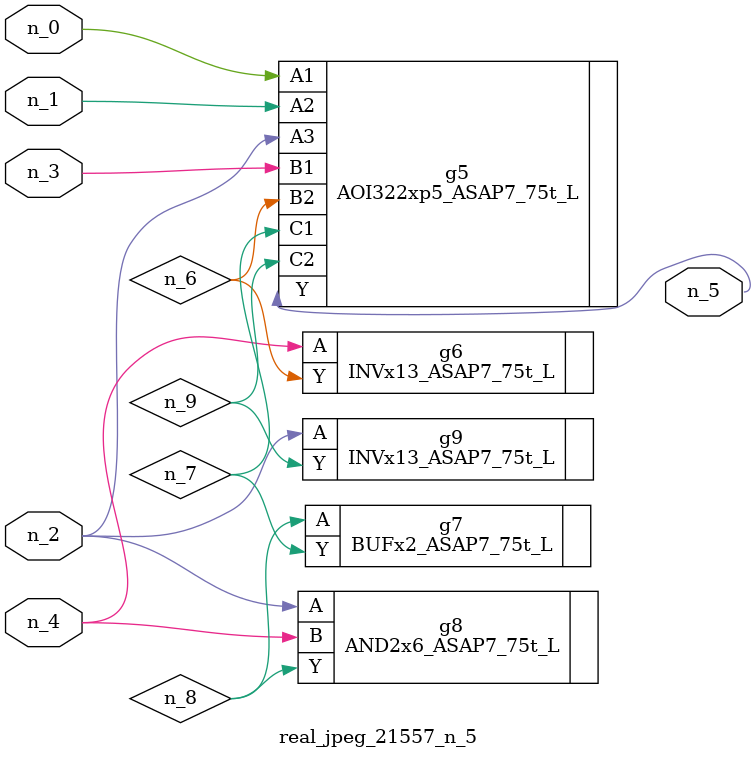
<source format=v>
module real_jpeg_21557_n_5 (n_4, n_0, n_1, n_2, n_3, n_5);

input n_4;
input n_0;
input n_1;
input n_2;
input n_3;

output n_5;

wire n_8;
wire n_6;
wire n_7;
wire n_9;

AOI322xp5_ASAP7_75t_L g5 ( 
.A1(n_0),
.A2(n_1),
.A3(n_2),
.B1(n_3),
.B2(n_6),
.C1(n_7),
.C2(n_9),
.Y(n_5)
);

AND2x6_ASAP7_75t_L g8 ( 
.A(n_2),
.B(n_4),
.Y(n_8)
);

INVx13_ASAP7_75t_L g9 ( 
.A(n_2),
.Y(n_9)
);

INVx13_ASAP7_75t_L g6 ( 
.A(n_4),
.Y(n_6)
);

BUFx2_ASAP7_75t_L g7 ( 
.A(n_8),
.Y(n_7)
);


endmodule
</source>
